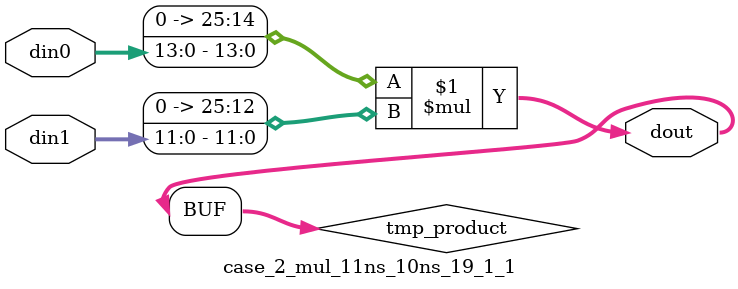
<source format=v>

`timescale 1 ns / 1 ps

 (* use_dsp = "no" *)  module case_2_mul_11ns_10ns_19_1_1(din0, din1, dout);
parameter ID = 1;
parameter NUM_STAGE = 0;
parameter din0_WIDTH = 14;
parameter din1_WIDTH = 12;
parameter dout_WIDTH = 26;

input [din0_WIDTH - 1 : 0] din0; 
input [din1_WIDTH - 1 : 0] din1; 
output [dout_WIDTH - 1 : 0] dout;

wire signed [dout_WIDTH - 1 : 0] tmp_product;
























assign tmp_product = $signed({1'b0, din0}) * $signed({1'b0, din1});











assign dout = tmp_product;





















endmodule

</source>
